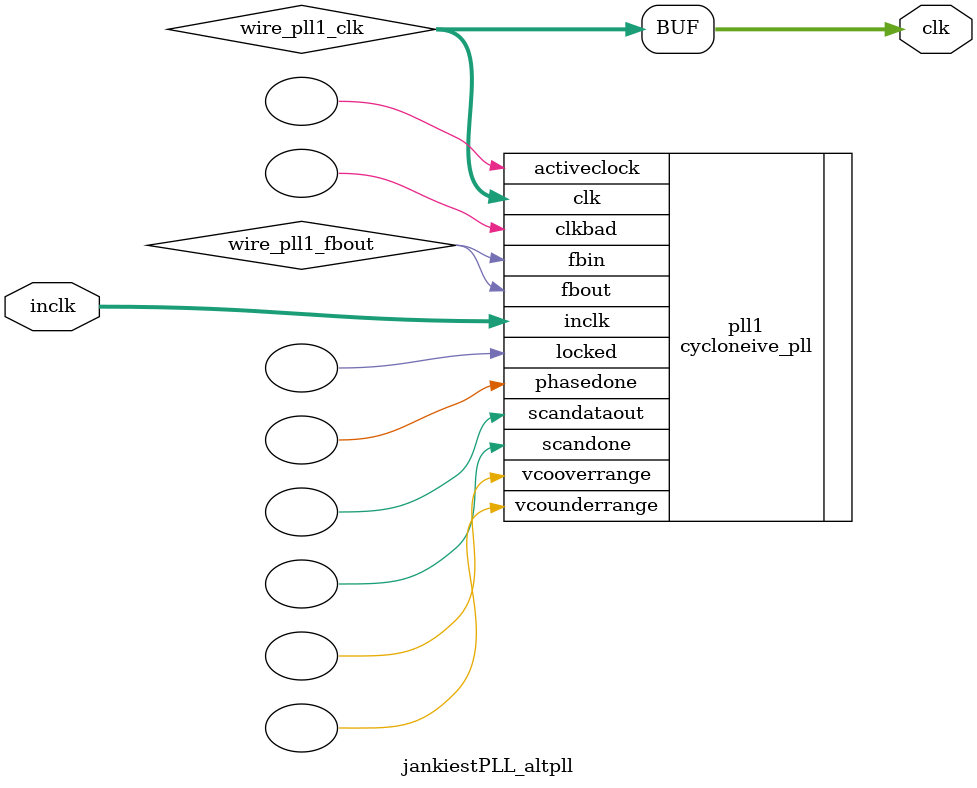
<source format=v>






//synthesis_resources = cycloneive_pll 1 
//synopsys translate_off
`timescale 1 ps / 1 ps
//synopsys translate_on
module  jankiestPLL_altpll
	( 
	clk,
	inclk) /* synthesis synthesis_clearbox=1 */;
	output   [4:0]  clk;
	input   [1:0]  inclk;
`ifndef ALTERA_RESERVED_QIS
// synopsys translate_off
`endif
	tri0   [1:0]  inclk;
`ifndef ALTERA_RESERVED_QIS
// synopsys translate_on
`endif

	wire  [4:0]   wire_pll1_clk;
	wire  wire_pll1_fbout;

	cycloneive_pll   pll1
	( 
	.activeclock(),
	.clk(wire_pll1_clk),
	.clkbad(),
	.fbin(wire_pll1_fbout),
	.fbout(wire_pll1_fbout),
	.inclk(inclk),
	.locked(),
	.phasedone(),
	.scandataout(),
	.scandone(),
	.vcooverrange(),
	.vcounderrange()
	`ifndef FORMAL_VERIFICATION
	// synopsys translate_off
	`endif
	,
	.areset(1'b0),
	.clkswitch(1'b0),
	.configupdate(1'b0),
	.pfdena(1'b1),
	.phasecounterselect({3{1'b0}}),
	.phasestep(1'b0),
	.phaseupdown(1'b0),
	.scanclk(1'b0),
	.scanclkena(1'b1),
	.scandata(1'b0)
	`ifndef FORMAL_VERIFICATION
	// synopsys translate_on
	`endif
	);
	defparam
		pll1.bandwidth_type = "auto",
		pll1.clk0_divide_by = 25,
		pll1.clk0_duty_cycle = 50,
		pll1.clk0_multiply_by = 12,
		pll1.clk0_phase_shift = "0",
		pll1.clk1_divide_by = 2,
		pll1.clk1_duty_cycle = 50,
		pll1.clk1_multiply_by = 1,
		pll1.clk1_phase_shift = "0",
		pll1.clk2_divide_by = 1,
		pll1.clk2_duty_cycle = 50,
		pll1.clk2_multiply_by = 1,
		pll1.clk2_phase_shift = "0",
		pll1.compensate_clock = "clk0",
		pll1.inclk0_input_frequency = 20000,
		pll1.operation_mode = "normal",
		pll1.pll_type = "auto",
		pll1.lpm_type = "cycloneive_pll";
	assign
		clk = {wire_pll1_clk[4:0]};
endmodule //jankiestPLL_altpll
//VALID FILE

</source>
